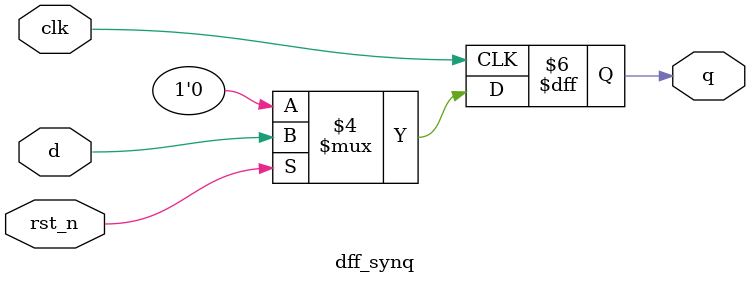
<source format=v>
module dff_synq (
    input  wire clk,
    input  wire rst_n,
    input  wire d,
    output reg  q
);

    always @(posedge clk) begin
        if (!rst_n)
            q <= 1'b0;
        else
            q <= d;
    end

endmodule

</source>
